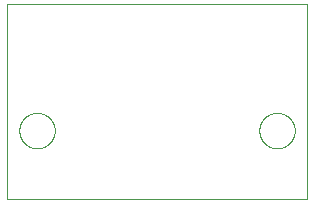
<source format=gbp>
G75*
%MOIN*%
%OFA0B0*%
%FSLAX25Y25*%
%IPPOS*%
%LPD*%
%AMOC8*
5,1,8,0,0,1.08239X$1,22.5*
%
%ADD10C,0.00000*%
D10*
X0001350Y0002094D02*
X0001350Y0067055D01*
X0101035Y0067055D01*
X0101035Y0002094D01*
X0001350Y0002094D01*
X0005287Y0024929D02*
X0005289Y0025082D01*
X0005295Y0025236D01*
X0005305Y0025389D01*
X0005319Y0025541D01*
X0005337Y0025694D01*
X0005359Y0025845D01*
X0005384Y0025996D01*
X0005414Y0026147D01*
X0005448Y0026297D01*
X0005485Y0026445D01*
X0005526Y0026593D01*
X0005571Y0026739D01*
X0005620Y0026885D01*
X0005673Y0027029D01*
X0005729Y0027171D01*
X0005789Y0027312D01*
X0005853Y0027452D01*
X0005920Y0027590D01*
X0005991Y0027726D01*
X0006066Y0027860D01*
X0006143Y0027992D01*
X0006225Y0028122D01*
X0006309Y0028250D01*
X0006397Y0028376D01*
X0006488Y0028499D01*
X0006582Y0028620D01*
X0006680Y0028738D01*
X0006780Y0028854D01*
X0006884Y0028967D01*
X0006990Y0029078D01*
X0007099Y0029186D01*
X0007211Y0029291D01*
X0007325Y0029392D01*
X0007443Y0029491D01*
X0007562Y0029587D01*
X0007684Y0029680D01*
X0007809Y0029769D01*
X0007936Y0029856D01*
X0008065Y0029938D01*
X0008196Y0030018D01*
X0008329Y0030094D01*
X0008464Y0030167D01*
X0008601Y0030236D01*
X0008740Y0030301D01*
X0008880Y0030363D01*
X0009022Y0030421D01*
X0009165Y0030476D01*
X0009310Y0030527D01*
X0009456Y0030574D01*
X0009603Y0030617D01*
X0009751Y0030656D01*
X0009900Y0030692D01*
X0010050Y0030723D01*
X0010201Y0030751D01*
X0010352Y0030775D01*
X0010505Y0030795D01*
X0010657Y0030811D01*
X0010810Y0030823D01*
X0010963Y0030831D01*
X0011116Y0030835D01*
X0011270Y0030835D01*
X0011423Y0030831D01*
X0011576Y0030823D01*
X0011729Y0030811D01*
X0011881Y0030795D01*
X0012034Y0030775D01*
X0012185Y0030751D01*
X0012336Y0030723D01*
X0012486Y0030692D01*
X0012635Y0030656D01*
X0012783Y0030617D01*
X0012930Y0030574D01*
X0013076Y0030527D01*
X0013221Y0030476D01*
X0013364Y0030421D01*
X0013506Y0030363D01*
X0013646Y0030301D01*
X0013785Y0030236D01*
X0013922Y0030167D01*
X0014057Y0030094D01*
X0014190Y0030018D01*
X0014321Y0029938D01*
X0014450Y0029856D01*
X0014577Y0029769D01*
X0014702Y0029680D01*
X0014824Y0029587D01*
X0014943Y0029491D01*
X0015061Y0029392D01*
X0015175Y0029291D01*
X0015287Y0029186D01*
X0015396Y0029078D01*
X0015502Y0028967D01*
X0015606Y0028854D01*
X0015706Y0028738D01*
X0015804Y0028620D01*
X0015898Y0028499D01*
X0015989Y0028376D01*
X0016077Y0028250D01*
X0016161Y0028122D01*
X0016243Y0027992D01*
X0016320Y0027860D01*
X0016395Y0027726D01*
X0016466Y0027590D01*
X0016533Y0027452D01*
X0016597Y0027312D01*
X0016657Y0027171D01*
X0016713Y0027029D01*
X0016766Y0026885D01*
X0016815Y0026739D01*
X0016860Y0026593D01*
X0016901Y0026445D01*
X0016938Y0026297D01*
X0016972Y0026147D01*
X0017002Y0025996D01*
X0017027Y0025845D01*
X0017049Y0025694D01*
X0017067Y0025541D01*
X0017081Y0025389D01*
X0017091Y0025236D01*
X0017097Y0025082D01*
X0017099Y0024929D01*
X0017097Y0024776D01*
X0017091Y0024622D01*
X0017081Y0024469D01*
X0017067Y0024317D01*
X0017049Y0024164D01*
X0017027Y0024013D01*
X0017002Y0023862D01*
X0016972Y0023711D01*
X0016938Y0023561D01*
X0016901Y0023413D01*
X0016860Y0023265D01*
X0016815Y0023119D01*
X0016766Y0022973D01*
X0016713Y0022829D01*
X0016657Y0022687D01*
X0016597Y0022546D01*
X0016533Y0022406D01*
X0016466Y0022268D01*
X0016395Y0022132D01*
X0016320Y0021998D01*
X0016243Y0021866D01*
X0016161Y0021736D01*
X0016077Y0021608D01*
X0015989Y0021482D01*
X0015898Y0021359D01*
X0015804Y0021238D01*
X0015706Y0021120D01*
X0015606Y0021004D01*
X0015502Y0020891D01*
X0015396Y0020780D01*
X0015287Y0020672D01*
X0015175Y0020567D01*
X0015061Y0020466D01*
X0014943Y0020367D01*
X0014824Y0020271D01*
X0014702Y0020178D01*
X0014577Y0020089D01*
X0014450Y0020002D01*
X0014321Y0019920D01*
X0014190Y0019840D01*
X0014057Y0019764D01*
X0013922Y0019691D01*
X0013785Y0019622D01*
X0013646Y0019557D01*
X0013506Y0019495D01*
X0013364Y0019437D01*
X0013221Y0019382D01*
X0013076Y0019331D01*
X0012930Y0019284D01*
X0012783Y0019241D01*
X0012635Y0019202D01*
X0012486Y0019166D01*
X0012336Y0019135D01*
X0012185Y0019107D01*
X0012034Y0019083D01*
X0011881Y0019063D01*
X0011729Y0019047D01*
X0011576Y0019035D01*
X0011423Y0019027D01*
X0011270Y0019023D01*
X0011116Y0019023D01*
X0010963Y0019027D01*
X0010810Y0019035D01*
X0010657Y0019047D01*
X0010505Y0019063D01*
X0010352Y0019083D01*
X0010201Y0019107D01*
X0010050Y0019135D01*
X0009900Y0019166D01*
X0009751Y0019202D01*
X0009603Y0019241D01*
X0009456Y0019284D01*
X0009310Y0019331D01*
X0009165Y0019382D01*
X0009022Y0019437D01*
X0008880Y0019495D01*
X0008740Y0019557D01*
X0008601Y0019622D01*
X0008464Y0019691D01*
X0008329Y0019764D01*
X0008196Y0019840D01*
X0008065Y0019920D01*
X0007936Y0020002D01*
X0007809Y0020089D01*
X0007684Y0020178D01*
X0007562Y0020271D01*
X0007443Y0020367D01*
X0007325Y0020466D01*
X0007211Y0020567D01*
X0007099Y0020672D01*
X0006990Y0020780D01*
X0006884Y0020891D01*
X0006780Y0021004D01*
X0006680Y0021120D01*
X0006582Y0021238D01*
X0006488Y0021359D01*
X0006397Y0021482D01*
X0006309Y0021608D01*
X0006225Y0021736D01*
X0006143Y0021866D01*
X0006066Y0021998D01*
X0005991Y0022132D01*
X0005920Y0022268D01*
X0005853Y0022406D01*
X0005789Y0022546D01*
X0005729Y0022687D01*
X0005673Y0022829D01*
X0005620Y0022973D01*
X0005571Y0023119D01*
X0005526Y0023265D01*
X0005485Y0023413D01*
X0005448Y0023561D01*
X0005414Y0023711D01*
X0005384Y0023862D01*
X0005359Y0024013D01*
X0005337Y0024164D01*
X0005319Y0024317D01*
X0005305Y0024469D01*
X0005295Y0024622D01*
X0005289Y0024776D01*
X0005287Y0024929D01*
X0085287Y0024929D02*
X0085289Y0025082D01*
X0085295Y0025236D01*
X0085305Y0025389D01*
X0085319Y0025541D01*
X0085337Y0025694D01*
X0085359Y0025845D01*
X0085384Y0025996D01*
X0085414Y0026147D01*
X0085448Y0026297D01*
X0085485Y0026445D01*
X0085526Y0026593D01*
X0085571Y0026739D01*
X0085620Y0026885D01*
X0085673Y0027029D01*
X0085729Y0027171D01*
X0085789Y0027312D01*
X0085853Y0027452D01*
X0085920Y0027590D01*
X0085991Y0027726D01*
X0086066Y0027860D01*
X0086143Y0027992D01*
X0086225Y0028122D01*
X0086309Y0028250D01*
X0086397Y0028376D01*
X0086488Y0028499D01*
X0086582Y0028620D01*
X0086680Y0028738D01*
X0086780Y0028854D01*
X0086884Y0028967D01*
X0086990Y0029078D01*
X0087099Y0029186D01*
X0087211Y0029291D01*
X0087325Y0029392D01*
X0087443Y0029491D01*
X0087562Y0029587D01*
X0087684Y0029680D01*
X0087809Y0029769D01*
X0087936Y0029856D01*
X0088065Y0029938D01*
X0088196Y0030018D01*
X0088329Y0030094D01*
X0088464Y0030167D01*
X0088601Y0030236D01*
X0088740Y0030301D01*
X0088880Y0030363D01*
X0089022Y0030421D01*
X0089165Y0030476D01*
X0089310Y0030527D01*
X0089456Y0030574D01*
X0089603Y0030617D01*
X0089751Y0030656D01*
X0089900Y0030692D01*
X0090050Y0030723D01*
X0090201Y0030751D01*
X0090352Y0030775D01*
X0090505Y0030795D01*
X0090657Y0030811D01*
X0090810Y0030823D01*
X0090963Y0030831D01*
X0091116Y0030835D01*
X0091270Y0030835D01*
X0091423Y0030831D01*
X0091576Y0030823D01*
X0091729Y0030811D01*
X0091881Y0030795D01*
X0092034Y0030775D01*
X0092185Y0030751D01*
X0092336Y0030723D01*
X0092486Y0030692D01*
X0092635Y0030656D01*
X0092783Y0030617D01*
X0092930Y0030574D01*
X0093076Y0030527D01*
X0093221Y0030476D01*
X0093364Y0030421D01*
X0093506Y0030363D01*
X0093646Y0030301D01*
X0093785Y0030236D01*
X0093922Y0030167D01*
X0094057Y0030094D01*
X0094190Y0030018D01*
X0094321Y0029938D01*
X0094450Y0029856D01*
X0094577Y0029769D01*
X0094702Y0029680D01*
X0094824Y0029587D01*
X0094943Y0029491D01*
X0095061Y0029392D01*
X0095175Y0029291D01*
X0095287Y0029186D01*
X0095396Y0029078D01*
X0095502Y0028967D01*
X0095606Y0028854D01*
X0095706Y0028738D01*
X0095804Y0028620D01*
X0095898Y0028499D01*
X0095989Y0028376D01*
X0096077Y0028250D01*
X0096161Y0028122D01*
X0096243Y0027992D01*
X0096320Y0027860D01*
X0096395Y0027726D01*
X0096466Y0027590D01*
X0096533Y0027452D01*
X0096597Y0027312D01*
X0096657Y0027171D01*
X0096713Y0027029D01*
X0096766Y0026885D01*
X0096815Y0026739D01*
X0096860Y0026593D01*
X0096901Y0026445D01*
X0096938Y0026297D01*
X0096972Y0026147D01*
X0097002Y0025996D01*
X0097027Y0025845D01*
X0097049Y0025694D01*
X0097067Y0025541D01*
X0097081Y0025389D01*
X0097091Y0025236D01*
X0097097Y0025082D01*
X0097099Y0024929D01*
X0097097Y0024776D01*
X0097091Y0024622D01*
X0097081Y0024469D01*
X0097067Y0024317D01*
X0097049Y0024164D01*
X0097027Y0024013D01*
X0097002Y0023862D01*
X0096972Y0023711D01*
X0096938Y0023561D01*
X0096901Y0023413D01*
X0096860Y0023265D01*
X0096815Y0023119D01*
X0096766Y0022973D01*
X0096713Y0022829D01*
X0096657Y0022687D01*
X0096597Y0022546D01*
X0096533Y0022406D01*
X0096466Y0022268D01*
X0096395Y0022132D01*
X0096320Y0021998D01*
X0096243Y0021866D01*
X0096161Y0021736D01*
X0096077Y0021608D01*
X0095989Y0021482D01*
X0095898Y0021359D01*
X0095804Y0021238D01*
X0095706Y0021120D01*
X0095606Y0021004D01*
X0095502Y0020891D01*
X0095396Y0020780D01*
X0095287Y0020672D01*
X0095175Y0020567D01*
X0095061Y0020466D01*
X0094943Y0020367D01*
X0094824Y0020271D01*
X0094702Y0020178D01*
X0094577Y0020089D01*
X0094450Y0020002D01*
X0094321Y0019920D01*
X0094190Y0019840D01*
X0094057Y0019764D01*
X0093922Y0019691D01*
X0093785Y0019622D01*
X0093646Y0019557D01*
X0093506Y0019495D01*
X0093364Y0019437D01*
X0093221Y0019382D01*
X0093076Y0019331D01*
X0092930Y0019284D01*
X0092783Y0019241D01*
X0092635Y0019202D01*
X0092486Y0019166D01*
X0092336Y0019135D01*
X0092185Y0019107D01*
X0092034Y0019083D01*
X0091881Y0019063D01*
X0091729Y0019047D01*
X0091576Y0019035D01*
X0091423Y0019027D01*
X0091270Y0019023D01*
X0091116Y0019023D01*
X0090963Y0019027D01*
X0090810Y0019035D01*
X0090657Y0019047D01*
X0090505Y0019063D01*
X0090352Y0019083D01*
X0090201Y0019107D01*
X0090050Y0019135D01*
X0089900Y0019166D01*
X0089751Y0019202D01*
X0089603Y0019241D01*
X0089456Y0019284D01*
X0089310Y0019331D01*
X0089165Y0019382D01*
X0089022Y0019437D01*
X0088880Y0019495D01*
X0088740Y0019557D01*
X0088601Y0019622D01*
X0088464Y0019691D01*
X0088329Y0019764D01*
X0088196Y0019840D01*
X0088065Y0019920D01*
X0087936Y0020002D01*
X0087809Y0020089D01*
X0087684Y0020178D01*
X0087562Y0020271D01*
X0087443Y0020367D01*
X0087325Y0020466D01*
X0087211Y0020567D01*
X0087099Y0020672D01*
X0086990Y0020780D01*
X0086884Y0020891D01*
X0086780Y0021004D01*
X0086680Y0021120D01*
X0086582Y0021238D01*
X0086488Y0021359D01*
X0086397Y0021482D01*
X0086309Y0021608D01*
X0086225Y0021736D01*
X0086143Y0021866D01*
X0086066Y0021998D01*
X0085991Y0022132D01*
X0085920Y0022268D01*
X0085853Y0022406D01*
X0085789Y0022546D01*
X0085729Y0022687D01*
X0085673Y0022829D01*
X0085620Y0022973D01*
X0085571Y0023119D01*
X0085526Y0023265D01*
X0085485Y0023413D01*
X0085448Y0023561D01*
X0085414Y0023711D01*
X0085384Y0023862D01*
X0085359Y0024013D01*
X0085337Y0024164D01*
X0085319Y0024317D01*
X0085305Y0024469D01*
X0085295Y0024622D01*
X0085289Y0024776D01*
X0085287Y0024929D01*
M02*

</source>
